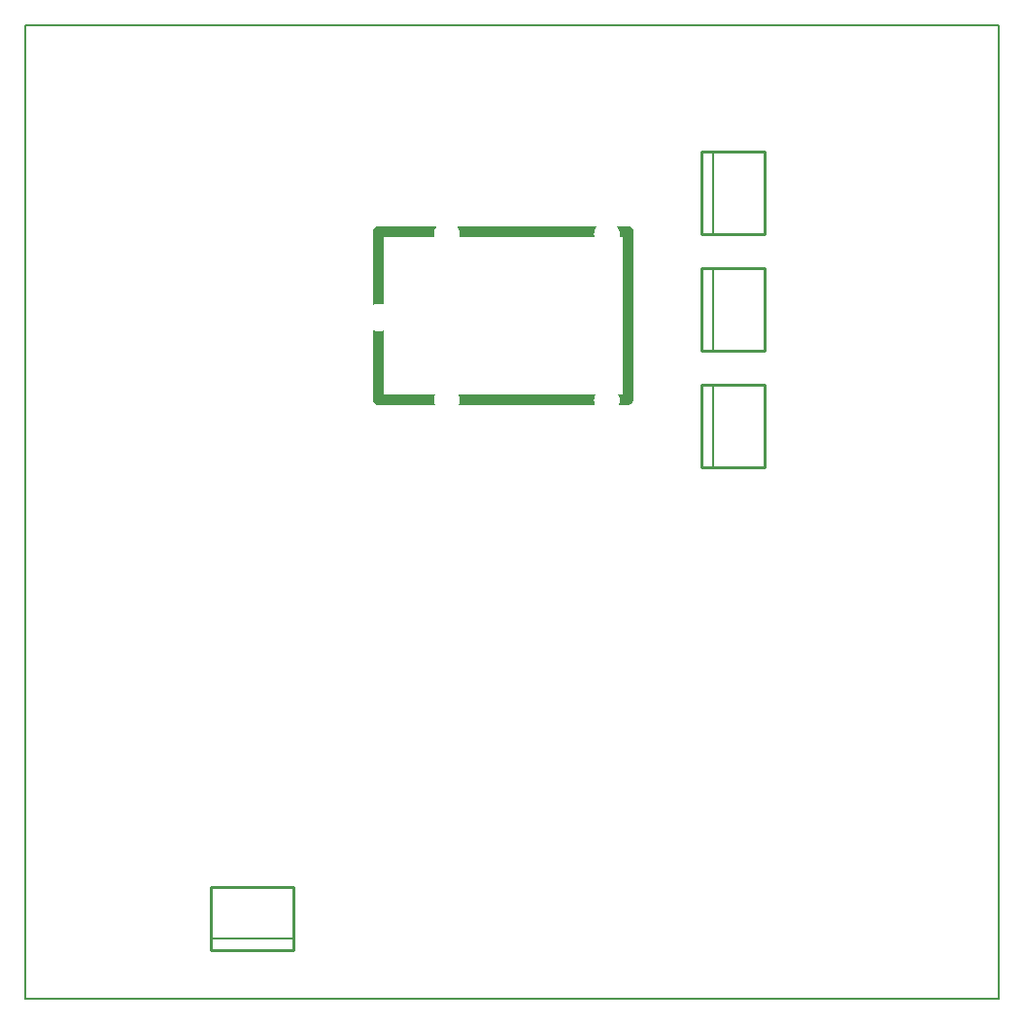
<source format=gbo>
G04 MADE WITH FRITZING*
G04 WWW.FRITZING.ORG*
G04 DOUBLE SIDED*
G04 HOLES PLATED*
G04 CONTOUR ON CENTER OF CONTOUR VECTOR*
%ASAXBY*%
%FSLAX23Y23*%
%MOIN*%
%OFA0B0*%
%SFA1.0B1.0*%
%ADD10R,3.346460X3.346460X3.330460X3.330460*%
%ADD11C,0.008000*%
%ADD12C,0.010000*%
%ADD13C,0.005000*%
%ADD14R,0.001000X0.001000*%
%LNSILK0*%
G90*
G70*
G54D11*
X4Y3342D02*
X3342Y3342D01*
X3342Y4D01*
X4Y4D01*
X4Y3342D01*
D02*
G54D12*
X638Y387D02*
X923Y387D01*
D02*
X923Y387D02*
X923Y171D01*
D02*
X923Y171D02*
X638Y171D01*
D02*
X638Y171D02*
X638Y387D01*
G54D13*
D02*
X923Y211D02*
X638Y211D01*
G54D12*
D02*
X2538Y2911D02*
X2538Y2625D01*
D02*
X2538Y2625D02*
X2322Y2625D01*
D02*
X2322Y2625D02*
X2322Y2911D01*
D02*
X2322Y2911D02*
X2538Y2911D01*
G54D13*
D02*
X2362Y2625D02*
X2362Y2911D01*
G54D12*
D02*
X2538Y2511D02*
X2538Y2225D01*
D02*
X2538Y2225D02*
X2322Y2225D01*
D02*
X2322Y2225D02*
X2322Y2511D01*
D02*
X2322Y2511D02*
X2538Y2511D01*
G54D13*
D02*
X2362Y2225D02*
X2362Y2511D01*
G54D12*
D02*
X2538Y2111D02*
X2538Y1825D01*
D02*
X2538Y1825D02*
X2322Y1825D01*
D02*
X2322Y1825D02*
X2322Y2111D01*
D02*
X2322Y2111D02*
X2538Y2111D01*
G54D13*
D02*
X2362Y1825D02*
X2362Y2111D01*
G54D14*
X1213Y2653D02*
X1413Y2653D01*
X1485Y2653D02*
X1963Y2653D01*
X2034Y2653D02*
X2071Y2653D01*
X1209Y2652D02*
X1413Y2652D01*
X1485Y2652D02*
X1963Y2652D01*
X2034Y2652D02*
X2076Y2652D01*
X1206Y2651D02*
X1412Y2651D01*
X1486Y2651D02*
X1962Y2651D01*
X2035Y2651D02*
X2078Y2651D01*
X1204Y2650D02*
X1412Y2650D01*
X1486Y2650D02*
X1962Y2650D01*
X2035Y2650D02*
X2080Y2650D01*
X1203Y2649D02*
X1411Y2649D01*
X1487Y2649D02*
X1961Y2649D01*
X2036Y2649D02*
X2082Y2649D01*
X1202Y2648D02*
X1411Y2648D01*
X1488Y2648D02*
X1960Y2648D01*
X2037Y2648D02*
X2083Y2648D01*
X1201Y2647D02*
X1410Y2647D01*
X1488Y2647D02*
X1960Y2647D01*
X2037Y2647D02*
X2084Y2647D01*
X1200Y2646D02*
X1409Y2646D01*
X1489Y2646D02*
X1959Y2646D01*
X2038Y2646D02*
X2085Y2646D01*
X1199Y2645D02*
X1409Y2645D01*
X1489Y2645D02*
X1959Y2645D01*
X2038Y2645D02*
X2085Y2645D01*
X1199Y2644D02*
X1409Y2644D01*
X1490Y2644D02*
X1958Y2644D01*
X2039Y2644D02*
X2086Y2644D01*
X1198Y2643D02*
X1408Y2643D01*
X1490Y2643D02*
X1958Y2643D01*
X2039Y2643D02*
X2087Y2643D01*
X1198Y2642D02*
X1408Y2642D01*
X1491Y2642D02*
X1957Y2642D01*
X2040Y2642D02*
X2087Y2642D01*
X1197Y2641D02*
X1407Y2641D01*
X1491Y2641D02*
X1957Y2641D01*
X2040Y2641D02*
X2088Y2641D01*
X1197Y2640D02*
X1407Y2640D01*
X1491Y2640D02*
X1957Y2640D01*
X2040Y2640D02*
X2088Y2640D01*
X1197Y2639D02*
X1407Y2639D01*
X1492Y2639D02*
X1956Y2639D01*
X2041Y2639D02*
X2088Y2639D01*
X1196Y2638D02*
X1406Y2638D01*
X1492Y2638D02*
X1956Y2638D01*
X2041Y2638D02*
X2088Y2638D01*
X1196Y2637D02*
X1406Y2637D01*
X1492Y2637D02*
X1956Y2637D01*
X2041Y2637D02*
X2089Y2637D01*
X1196Y2636D02*
X1406Y2636D01*
X1492Y2636D02*
X1955Y2636D01*
X2042Y2636D02*
X2089Y2636D01*
X1196Y2635D02*
X1406Y2635D01*
X1493Y2635D02*
X1955Y2635D01*
X2042Y2635D02*
X2089Y2635D01*
X1196Y2634D02*
X1405Y2634D01*
X1493Y2634D02*
X1955Y2634D01*
X2042Y2634D02*
X2089Y2634D01*
X1196Y2633D02*
X1405Y2633D01*
X1493Y2633D02*
X1955Y2633D01*
X2042Y2633D02*
X2089Y2633D01*
X1196Y2632D02*
X1405Y2632D01*
X1493Y2632D02*
X1955Y2632D01*
X2042Y2632D02*
X2089Y2632D01*
X1196Y2631D02*
X1405Y2631D01*
X1493Y2631D02*
X1955Y2631D01*
X2042Y2631D02*
X2089Y2631D01*
X1196Y2630D02*
X1405Y2630D01*
X1493Y2630D02*
X1954Y2630D01*
X2043Y2630D02*
X2089Y2630D01*
X1196Y2629D02*
X1405Y2629D01*
X1493Y2629D02*
X1954Y2629D01*
X2043Y2629D02*
X2089Y2629D01*
X1196Y2628D02*
X1405Y2628D01*
X1494Y2628D02*
X1954Y2628D01*
X2043Y2628D02*
X2089Y2628D01*
X1196Y2627D02*
X1405Y2627D01*
X1494Y2627D02*
X1954Y2627D01*
X2043Y2627D02*
X2089Y2627D01*
X1196Y2626D02*
X1405Y2626D01*
X1494Y2626D02*
X1954Y2626D01*
X2043Y2626D02*
X2089Y2626D01*
X1196Y2625D02*
X1405Y2625D01*
X1493Y2625D02*
X1954Y2625D01*
X2043Y2625D02*
X2089Y2625D01*
X1196Y2624D02*
X1405Y2624D01*
X1493Y2624D02*
X1954Y2624D01*
X2043Y2624D02*
X2089Y2624D01*
X1196Y2623D02*
X1405Y2623D01*
X1493Y2623D02*
X1955Y2623D01*
X2042Y2623D02*
X2089Y2623D01*
X1196Y2622D02*
X1405Y2622D01*
X1493Y2622D02*
X1955Y2622D01*
X2042Y2622D02*
X2089Y2622D01*
X1196Y2621D02*
X1405Y2621D01*
X1493Y2621D02*
X1955Y2621D01*
X2042Y2621D02*
X2089Y2621D01*
X1196Y2620D02*
X1405Y2620D01*
X1493Y2620D02*
X1955Y2620D01*
X2042Y2620D02*
X2089Y2620D01*
X1196Y2619D02*
X1405Y2619D01*
X1493Y2619D02*
X1955Y2619D01*
X2042Y2619D02*
X2089Y2619D01*
X1196Y2618D02*
X1406Y2618D01*
X1493Y2618D02*
X1955Y2618D01*
X2042Y2618D02*
X2089Y2618D01*
X1196Y2617D02*
X1406Y2617D01*
X1492Y2617D02*
X1956Y2617D01*
X2042Y2617D02*
X2089Y2617D01*
X1196Y2616D02*
X1406Y2616D01*
X1492Y2616D02*
X1956Y2616D01*
X2041Y2616D02*
X2089Y2616D01*
X1196Y2615D02*
X1232Y2615D01*
X2052Y2615D02*
X2089Y2615D01*
X1196Y2614D02*
X1232Y2614D01*
X2052Y2614D02*
X2089Y2614D01*
X1196Y2613D02*
X1232Y2613D01*
X2052Y2613D02*
X2089Y2613D01*
X1196Y2612D02*
X1232Y2612D01*
X2052Y2612D02*
X2089Y2612D01*
X1196Y2611D02*
X1232Y2611D01*
X2052Y2611D02*
X2089Y2611D01*
X1196Y2610D02*
X1232Y2610D01*
X2052Y2610D02*
X2089Y2610D01*
X1196Y2609D02*
X1232Y2609D01*
X2052Y2609D02*
X2089Y2609D01*
X1196Y2608D02*
X1232Y2608D01*
X2052Y2608D02*
X2089Y2608D01*
X1196Y2607D02*
X1232Y2607D01*
X2052Y2607D02*
X2089Y2607D01*
X1196Y2606D02*
X1232Y2606D01*
X2052Y2606D02*
X2089Y2606D01*
X1196Y2605D02*
X1232Y2605D01*
X2052Y2605D02*
X2089Y2605D01*
X1196Y2604D02*
X1232Y2604D01*
X2052Y2604D02*
X2089Y2604D01*
X1196Y2603D02*
X1232Y2603D01*
X2052Y2603D02*
X2089Y2603D01*
X1196Y2602D02*
X1232Y2602D01*
X2052Y2602D02*
X2089Y2602D01*
X1196Y2601D02*
X1232Y2601D01*
X2052Y2601D02*
X2089Y2601D01*
X1196Y2600D02*
X1232Y2600D01*
X2052Y2600D02*
X2089Y2600D01*
X1196Y2599D02*
X1232Y2599D01*
X2052Y2599D02*
X2089Y2599D01*
X1196Y2598D02*
X1232Y2598D01*
X2052Y2598D02*
X2089Y2598D01*
X1196Y2597D02*
X1232Y2597D01*
X2052Y2597D02*
X2089Y2597D01*
X1196Y2596D02*
X1232Y2596D01*
X2052Y2596D02*
X2089Y2596D01*
X1196Y2595D02*
X1232Y2595D01*
X2052Y2595D02*
X2089Y2595D01*
X1196Y2594D02*
X1232Y2594D01*
X2052Y2594D02*
X2089Y2594D01*
X1196Y2593D02*
X1232Y2593D01*
X2052Y2593D02*
X2089Y2593D01*
X1196Y2592D02*
X1232Y2592D01*
X2052Y2592D02*
X2089Y2592D01*
X1196Y2591D02*
X1232Y2591D01*
X2052Y2591D02*
X2089Y2591D01*
X1196Y2590D02*
X1232Y2590D01*
X2052Y2590D02*
X2089Y2590D01*
X1196Y2589D02*
X1232Y2589D01*
X2052Y2589D02*
X2089Y2589D01*
X1196Y2588D02*
X1232Y2588D01*
X2052Y2588D02*
X2089Y2588D01*
X1196Y2587D02*
X1232Y2587D01*
X2052Y2587D02*
X2089Y2587D01*
X1196Y2586D02*
X1232Y2586D01*
X2052Y2586D02*
X2089Y2586D01*
X1196Y2585D02*
X1232Y2585D01*
X2052Y2585D02*
X2089Y2585D01*
X1196Y2584D02*
X1232Y2584D01*
X2052Y2584D02*
X2089Y2584D01*
X1196Y2583D02*
X1232Y2583D01*
X2052Y2583D02*
X2089Y2583D01*
X1196Y2582D02*
X1232Y2582D01*
X2052Y2582D02*
X2089Y2582D01*
X1196Y2581D02*
X1232Y2581D01*
X2052Y2581D02*
X2089Y2581D01*
X1196Y2580D02*
X1232Y2580D01*
X2052Y2580D02*
X2089Y2580D01*
X1196Y2579D02*
X1232Y2579D01*
X2052Y2579D02*
X2089Y2579D01*
X1196Y2578D02*
X1232Y2578D01*
X2052Y2578D02*
X2089Y2578D01*
X1196Y2577D02*
X1232Y2577D01*
X2052Y2577D02*
X2089Y2577D01*
X1196Y2576D02*
X1232Y2576D01*
X2052Y2576D02*
X2089Y2576D01*
X1196Y2575D02*
X1232Y2575D01*
X2052Y2575D02*
X2089Y2575D01*
X1196Y2574D02*
X1232Y2574D01*
X2052Y2574D02*
X2089Y2574D01*
X1196Y2573D02*
X1232Y2573D01*
X2052Y2573D02*
X2089Y2573D01*
X1196Y2572D02*
X1232Y2572D01*
X2052Y2572D02*
X2089Y2572D01*
X1196Y2571D02*
X1232Y2571D01*
X2052Y2571D02*
X2089Y2571D01*
X1196Y2570D02*
X1232Y2570D01*
X2052Y2570D02*
X2089Y2570D01*
X1196Y2569D02*
X1232Y2569D01*
X2052Y2569D02*
X2089Y2569D01*
X1196Y2568D02*
X1232Y2568D01*
X2052Y2568D02*
X2089Y2568D01*
X1196Y2567D02*
X1232Y2567D01*
X2052Y2567D02*
X2089Y2567D01*
X1196Y2566D02*
X1232Y2566D01*
X2052Y2566D02*
X2089Y2566D01*
X1196Y2565D02*
X1232Y2565D01*
X2052Y2565D02*
X2089Y2565D01*
X1196Y2564D02*
X1232Y2564D01*
X2052Y2564D02*
X2089Y2564D01*
X1196Y2563D02*
X1232Y2563D01*
X2052Y2563D02*
X2089Y2563D01*
X1196Y2562D02*
X1232Y2562D01*
X2052Y2562D02*
X2089Y2562D01*
X1196Y2561D02*
X1232Y2561D01*
X2052Y2561D02*
X2089Y2561D01*
X1196Y2560D02*
X1232Y2560D01*
X2052Y2560D02*
X2089Y2560D01*
X1196Y2559D02*
X1232Y2559D01*
X2052Y2559D02*
X2089Y2559D01*
X1196Y2558D02*
X1232Y2558D01*
X2052Y2558D02*
X2089Y2558D01*
X1196Y2557D02*
X1232Y2557D01*
X2052Y2557D02*
X2089Y2557D01*
X1196Y2556D02*
X1232Y2556D01*
X2052Y2556D02*
X2089Y2556D01*
X1196Y2555D02*
X1232Y2555D01*
X2052Y2555D02*
X2089Y2555D01*
X1196Y2554D02*
X1232Y2554D01*
X2052Y2554D02*
X2089Y2554D01*
X1196Y2553D02*
X1232Y2553D01*
X2052Y2553D02*
X2089Y2553D01*
X1196Y2552D02*
X1232Y2552D01*
X2052Y2552D02*
X2089Y2552D01*
X1196Y2551D02*
X1232Y2551D01*
X2052Y2551D02*
X2089Y2551D01*
X1196Y2550D02*
X1232Y2550D01*
X2052Y2550D02*
X2089Y2550D01*
X1196Y2549D02*
X1232Y2549D01*
X2052Y2549D02*
X2089Y2549D01*
X1196Y2548D02*
X1232Y2548D01*
X2052Y2548D02*
X2089Y2548D01*
X1196Y2547D02*
X1232Y2547D01*
X2052Y2547D02*
X2089Y2547D01*
X1196Y2546D02*
X1232Y2546D01*
X2052Y2546D02*
X2089Y2546D01*
X1196Y2545D02*
X1232Y2545D01*
X2052Y2545D02*
X2089Y2545D01*
X1196Y2544D02*
X1232Y2544D01*
X2052Y2544D02*
X2089Y2544D01*
X1196Y2543D02*
X1232Y2543D01*
X2052Y2543D02*
X2089Y2543D01*
X1196Y2542D02*
X1232Y2542D01*
X2052Y2542D02*
X2089Y2542D01*
X1196Y2541D02*
X1232Y2541D01*
X2052Y2541D02*
X2089Y2541D01*
X1196Y2540D02*
X1232Y2540D01*
X2052Y2540D02*
X2089Y2540D01*
X1196Y2539D02*
X1232Y2539D01*
X2052Y2539D02*
X2089Y2539D01*
X1196Y2538D02*
X1232Y2538D01*
X2052Y2538D02*
X2089Y2538D01*
X1196Y2537D02*
X1232Y2537D01*
X2052Y2537D02*
X2089Y2537D01*
X1196Y2536D02*
X1232Y2536D01*
X2052Y2536D02*
X2089Y2536D01*
X1196Y2535D02*
X1232Y2535D01*
X2052Y2535D02*
X2089Y2535D01*
X1196Y2534D02*
X1232Y2534D01*
X2052Y2534D02*
X2089Y2534D01*
X1196Y2533D02*
X1232Y2533D01*
X2052Y2533D02*
X2089Y2533D01*
X1196Y2532D02*
X1232Y2532D01*
X2052Y2532D02*
X2089Y2532D01*
X1196Y2531D02*
X1232Y2531D01*
X2052Y2531D02*
X2089Y2531D01*
X1196Y2530D02*
X1232Y2530D01*
X2052Y2530D02*
X2089Y2530D01*
X1196Y2529D02*
X1232Y2529D01*
X2052Y2529D02*
X2089Y2529D01*
X1196Y2528D02*
X1232Y2528D01*
X2052Y2528D02*
X2089Y2528D01*
X1196Y2527D02*
X1232Y2527D01*
X2052Y2527D02*
X2089Y2527D01*
X1196Y2526D02*
X1232Y2526D01*
X2052Y2526D02*
X2089Y2526D01*
X1196Y2525D02*
X1232Y2525D01*
X2052Y2525D02*
X2089Y2525D01*
X1196Y2524D02*
X1232Y2524D01*
X2052Y2524D02*
X2089Y2524D01*
X1196Y2523D02*
X1232Y2523D01*
X2052Y2523D02*
X2089Y2523D01*
X1196Y2522D02*
X1232Y2522D01*
X2052Y2522D02*
X2089Y2522D01*
X1196Y2521D02*
X1232Y2521D01*
X2052Y2521D02*
X2089Y2521D01*
X1196Y2520D02*
X1232Y2520D01*
X2052Y2520D02*
X2089Y2520D01*
X1196Y2519D02*
X1232Y2519D01*
X2052Y2519D02*
X2089Y2519D01*
X1196Y2518D02*
X1232Y2518D01*
X2052Y2518D02*
X2089Y2518D01*
X1196Y2517D02*
X1232Y2517D01*
X2052Y2517D02*
X2089Y2517D01*
X1196Y2516D02*
X1232Y2516D01*
X2052Y2516D02*
X2089Y2516D01*
X1196Y2515D02*
X1232Y2515D01*
X2052Y2515D02*
X2089Y2515D01*
X1196Y2514D02*
X1232Y2514D01*
X2052Y2514D02*
X2089Y2514D01*
X1196Y2513D02*
X1232Y2513D01*
X2052Y2513D02*
X2089Y2513D01*
X1196Y2512D02*
X1232Y2512D01*
X2052Y2512D02*
X2089Y2512D01*
X1196Y2511D02*
X1232Y2511D01*
X2052Y2511D02*
X2089Y2511D01*
X1196Y2510D02*
X1232Y2510D01*
X2052Y2510D02*
X2089Y2510D01*
X1196Y2509D02*
X1232Y2509D01*
X2052Y2509D02*
X2089Y2509D01*
X1196Y2508D02*
X1232Y2508D01*
X2052Y2508D02*
X2089Y2508D01*
X1196Y2507D02*
X1232Y2507D01*
X2052Y2507D02*
X2089Y2507D01*
X1196Y2506D02*
X1232Y2506D01*
X2052Y2506D02*
X2089Y2506D01*
X1196Y2505D02*
X1232Y2505D01*
X2052Y2505D02*
X2089Y2505D01*
X1196Y2504D02*
X1232Y2504D01*
X2052Y2504D02*
X2089Y2504D01*
X1196Y2503D02*
X1232Y2503D01*
X2052Y2503D02*
X2089Y2503D01*
X1196Y2502D02*
X1232Y2502D01*
X2052Y2502D02*
X2089Y2502D01*
X1196Y2501D02*
X1232Y2501D01*
X2052Y2501D02*
X2089Y2501D01*
X1196Y2500D02*
X1232Y2500D01*
X2052Y2500D02*
X2089Y2500D01*
X1196Y2499D02*
X1232Y2499D01*
X2052Y2499D02*
X2089Y2499D01*
X1196Y2498D02*
X1232Y2498D01*
X2052Y2498D02*
X2089Y2498D01*
X1196Y2497D02*
X1232Y2497D01*
X2052Y2497D02*
X2089Y2497D01*
X1196Y2496D02*
X1232Y2496D01*
X2052Y2496D02*
X2089Y2496D01*
X1196Y2495D02*
X1232Y2495D01*
X2052Y2495D02*
X2089Y2495D01*
X1196Y2494D02*
X1232Y2494D01*
X2052Y2494D02*
X2089Y2494D01*
X1196Y2493D02*
X1232Y2493D01*
X2052Y2493D02*
X2089Y2493D01*
X1196Y2492D02*
X1232Y2492D01*
X2052Y2492D02*
X2089Y2492D01*
X1196Y2491D02*
X1232Y2491D01*
X2052Y2491D02*
X2089Y2491D01*
X1196Y2490D02*
X1232Y2490D01*
X2052Y2490D02*
X2089Y2490D01*
X1196Y2489D02*
X1232Y2489D01*
X2052Y2489D02*
X2089Y2489D01*
X1196Y2488D02*
X1232Y2488D01*
X2052Y2488D02*
X2089Y2488D01*
X1196Y2487D02*
X1232Y2487D01*
X2052Y2487D02*
X2089Y2487D01*
X1196Y2486D02*
X1232Y2486D01*
X2052Y2486D02*
X2089Y2486D01*
X1196Y2485D02*
X1232Y2485D01*
X2052Y2485D02*
X2089Y2485D01*
X1196Y2484D02*
X1232Y2484D01*
X2052Y2484D02*
X2089Y2484D01*
X1196Y2483D02*
X1232Y2483D01*
X2052Y2483D02*
X2089Y2483D01*
X1196Y2482D02*
X1232Y2482D01*
X2052Y2482D02*
X2089Y2482D01*
X1196Y2481D02*
X1232Y2481D01*
X2052Y2481D02*
X2089Y2481D01*
X1196Y2480D02*
X1232Y2480D01*
X2052Y2480D02*
X2089Y2480D01*
X1196Y2479D02*
X1232Y2479D01*
X2052Y2479D02*
X2089Y2479D01*
X1196Y2478D02*
X1232Y2478D01*
X2052Y2478D02*
X2089Y2478D01*
X1196Y2477D02*
X1232Y2477D01*
X2052Y2477D02*
X2089Y2477D01*
X1196Y2476D02*
X1232Y2476D01*
X2052Y2476D02*
X2089Y2476D01*
X1196Y2475D02*
X1232Y2475D01*
X2052Y2475D02*
X2089Y2475D01*
X1196Y2474D02*
X1232Y2474D01*
X2052Y2474D02*
X2089Y2474D01*
X1196Y2473D02*
X1232Y2473D01*
X2052Y2473D02*
X2089Y2473D01*
X1196Y2472D02*
X1232Y2472D01*
X2052Y2472D02*
X2089Y2472D01*
X1196Y2471D02*
X1232Y2471D01*
X2052Y2471D02*
X2089Y2471D01*
X1196Y2470D02*
X1232Y2470D01*
X2052Y2470D02*
X2089Y2470D01*
X1196Y2469D02*
X1232Y2469D01*
X2052Y2469D02*
X2089Y2469D01*
X1196Y2468D02*
X1232Y2468D01*
X2052Y2468D02*
X2089Y2468D01*
X1196Y2467D02*
X1232Y2467D01*
X2052Y2467D02*
X2089Y2467D01*
X1196Y2466D02*
X1232Y2466D01*
X2052Y2466D02*
X2089Y2466D01*
X1196Y2465D02*
X1232Y2465D01*
X2052Y2465D02*
X2089Y2465D01*
X1196Y2464D02*
X1232Y2464D01*
X2052Y2464D02*
X2089Y2464D01*
X1196Y2463D02*
X1232Y2463D01*
X2052Y2463D02*
X2089Y2463D01*
X1196Y2462D02*
X1232Y2462D01*
X2052Y2462D02*
X2089Y2462D01*
X1196Y2461D02*
X1232Y2461D01*
X2052Y2461D02*
X2089Y2461D01*
X1196Y2460D02*
X1232Y2460D01*
X2052Y2460D02*
X2089Y2460D01*
X1196Y2459D02*
X1232Y2459D01*
X2052Y2459D02*
X2089Y2459D01*
X1196Y2458D02*
X1232Y2458D01*
X2052Y2458D02*
X2089Y2458D01*
X1196Y2457D02*
X1232Y2457D01*
X2052Y2457D02*
X2089Y2457D01*
X1196Y2456D02*
X1232Y2456D01*
X2052Y2456D02*
X2089Y2456D01*
X1196Y2455D02*
X1232Y2455D01*
X2052Y2455D02*
X2089Y2455D01*
X1196Y2454D02*
X1232Y2454D01*
X2052Y2454D02*
X2089Y2454D01*
X1196Y2453D02*
X1232Y2453D01*
X2052Y2453D02*
X2089Y2453D01*
X1196Y2452D02*
X1232Y2452D01*
X2052Y2452D02*
X2089Y2452D01*
X1196Y2451D02*
X1232Y2451D01*
X2052Y2451D02*
X2089Y2451D01*
X1196Y2450D02*
X1232Y2450D01*
X2052Y2450D02*
X2089Y2450D01*
X1196Y2449D02*
X1232Y2449D01*
X2052Y2449D02*
X2089Y2449D01*
X1196Y2448D02*
X1232Y2448D01*
X2052Y2448D02*
X2089Y2448D01*
X1196Y2447D02*
X1232Y2447D01*
X2052Y2447D02*
X2089Y2447D01*
X1196Y2446D02*
X1232Y2446D01*
X2052Y2446D02*
X2089Y2446D01*
X1196Y2445D02*
X1232Y2445D01*
X2052Y2445D02*
X2089Y2445D01*
X1196Y2444D02*
X1232Y2444D01*
X2052Y2444D02*
X2089Y2444D01*
X1196Y2443D02*
X1232Y2443D01*
X2052Y2443D02*
X2089Y2443D01*
X1196Y2442D02*
X1232Y2442D01*
X2052Y2442D02*
X2089Y2442D01*
X1196Y2441D02*
X1232Y2441D01*
X2052Y2441D02*
X2089Y2441D01*
X1196Y2440D02*
X1232Y2440D01*
X2052Y2440D02*
X2089Y2440D01*
X1196Y2439D02*
X1232Y2439D01*
X2052Y2439D02*
X2089Y2439D01*
X1196Y2438D02*
X1232Y2438D01*
X2052Y2438D02*
X2089Y2438D01*
X1196Y2437D02*
X1232Y2437D01*
X2052Y2437D02*
X2089Y2437D01*
X1196Y2436D02*
X1232Y2436D01*
X2052Y2436D02*
X2089Y2436D01*
X1196Y2435D02*
X1232Y2435D01*
X2052Y2435D02*
X2089Y2435D01*
X1196Y2434D02*
X1232Y2434D01*
X2052Y2434D02*
X2089Y2434D01*
X1196Y2433D02*
X1232Y2433D01*
X2052Y2433D02*
X2089Y2433D01*
X1196Y2432D02*
X1232Y2432D01*
X2052Y2432D02*
X2089Y2432D01*
X1196Y2431D02*
X1232Y2431D01*
X2052Y2431D02*
X2089Y2431D01*
X1196Y2430D02*
X1232Y2430D01*
X2052Y2430D02*
X2089Y2430D01*
X1196Y2429D02*
X1232Y2429D01*
X2052Y2429D02*
X2089Y2429D01*
X1196Y2428D02*
X1232Y2428D01*
X2052Y2428D02*
X2089Y2428D01*
X1196Y2427D02*
X1232Y2427D01*
X2052Y2427D02*
X2089Y2427D01*
X1196Y2426D02*
X1232Y2426D01*
X2052Y2426D02*
X2089Y2426D01*
X1196Y2425D02*
X1232Y2425D01*
X2052Y2425D02*
X2089Y2425D01*
X1196Y2424D02*
X1232Y2424D01*
X2052Y2424D02*
X2089Y2424D01*
X1196Y2423D02*
X1232Y2423D01*
X2052Y2423D02*
X2089Y2423D01*
X1196Y2422D02*
X1232Y2422D01*
X2052Y2422D02*
X2089Y2422D01*
X1196Y2421D02*
X1232Y2421D01*
X2052Y2421D02*
X2089Y2421D01*
X1196Y2420D02*
X1232Y2420D01*
X2052Y2420D02*
X2089Y2420D01*
X1196Y2419D02*
X1232Y2419D01*
X2052Y2419D02*
X2089Y2419D01*
X1196Y2418D02*
X1232Y2418D01*
X2052Y2418D02*
X2089Y2418D01*
X1196Y2417D02*
X1232Y2417D01*
X2052Y2417D02*
X2089Y2417D01*
X1196Y2416D02*
X1232Y2416D01*
X2052Y2416D02*
X2089Y2416D01*
X1196Y2415D02*
X1232Y2415D01*
X2052Y2415D02*
X2089Y2415D01*
X1196Y2414D02*
X1232Y2414D01*
X2052Y2414D02*
X2089Y2414D01*
X1196Y2413D02*
X1232Y2413D01*
X2052Y2413D02*
X2089Y2413D01*
X1196Y2412D02*
X1232Y2412D01*
X2052Y2412D02*
X2089Y2412D01*
X1196Y2411D02*
X1232Y2411D01*
X2052Y2411D02*
X2089Y2411D01*
X1196Y2410D02*
X1232Y2410D01*
X2052Y2410D02*
X2089Y2410D01*
X1196Y2409D02*
X1232Y2409D01*
X2052Y2409D02*
X2089Y2409D01*
X1196Y2408D02*
X1232Y2408D01*
X2052Y2408D02*
X2089Y2408D01*
X1196Y2407D02*
X1232Y2407D01*
X2052Y2407D02*
X2089Y2407D01*
X1196Y2406D02*
X1232Y2406D01*
X2052Y2406D02*
X2089Y2406D01*
X1196Y2405D02*
X1232Y2405D01*
X2052Y2405D02*
X2089Y2405D01*
X1196Y2404D02*
X1232Y2404D01*
X2052Y2404D02*
X2089Y2404D01*
X1196Y2403D02*
X1232Y2403D01*
X2052Y2403D02*
X2089Y2403D01*
X1196Y2402D02*
X1232Y2402D01*
X2052Y2402D02*
X2089Y2402D01*
X1196Y2401D02*
X1232Y2401D01*
X2052Y2401D02*
X2089Y2401D01*
X1196Y2400D02*
X1232Y2400D01*
X2052Y2400D02*
X2089Y2400D01*
X1196Y2399D02*
X1232Y2399D01*
X2052Y2399D02*
X2089Y2399D01*
X1196Y2398D02*
X1232Y2398D01*
X2052Y2398D02*
X2089Y2398D01*
X1196Y2397D02*
X1232Y2397D01*
X2052Y2397D02*
X2089Y2397D01*
X1196Y2396D02*
X1232Y2396D01*
X2052Y2396D02*
X2089Y2396D01*
X1196Y2395D02*
X1232Y2395D01*
X2052Y2395D02*
X2089Y2395D01*
X1196Y2394D02*
X1232Y2394D01*
X2052Y2394D02*
X2089Y2394D01*
X1196Y2393D02*
X1232Y2393D01*
X2052Y2393D02*
X2089Y2393D01*
X1196Y2392D02*
X1232Y2392D01*
X2052Y2392D02*
X2089Y2392D01*
X1196Y2391D02*
X1232Y2391D01*
X2052Y2391D02*
X2089Y2391D01*
X1196Y2390D02*
X1232Y2390D01*
X2052Y2390D02*
X2089Y2390D01*
X1196Y2389D02*
X1232Y2389D01*
X2052Y2389D02*
X2089Y2389D01*
X1196Y2388D02*
X1232Y2388D01*
X2052Y2388D02*
X2089Y2388D01*
X1196Y2387D02*
X1208Y2387D01*
X1226Y2387D02*
X1232Y2387D01*
X2052Y2387D02*
X2089Y2387D01*
X1196Y2386D02*
X1203Y2386D01*
X1230Y2386D02*
X1232Y2386D01*
X2052Y2386D02*
X2089Y2386D01*
X1196Y2385D02*
X1200Y2385D01*
X2052Y2385D02*
X2089Y2385D01*
X1196Y2384D02*
X1198Y2384D01*
X2052Y2384D02*
X2089Y2384D01*
X1196Y2383D02*
X1196Y2383D01*
X2052Y2383D02*
X2089Y2383D01*
X2052Y2382D02*
X2089Y2382D01*
X2052Y2381D02*
X2089Y2381D01*
X2052Y2380D02*
X2089Y2380D01*
X2052Y2379D02*
X2089Y2379D01*
X2052Y2378D02*
X2089Y2378D01*
X2052Y2377D02*
X2089Y2377D01*
X2052Y2376D02*
X2089Y2376D01*
X2052Y2375D02*
X2089Y2375D01*
X2052Y2374D02*
X2089Y2374D01*
X2052Y2373D02*
X2089Y2373D01*
X2052Y2372D02*
X2089Y2372D01*
X2052Y2371D02*
X2089Y2371D01*
X2052Y2370D02*
X2089Y2370D01*
X2052Y2369D02*
X2089Y2369D01*
X2052Y2368D02*
X2089Y2368D01*
X2052Y2367D02*
X2089Y2367D01*
X2052Y2366D02*
X2089Y2366D01*
X2052Y2365D02*
X2089Y2365D01*
X2052Y2364D02*
X2089Y2364D01*
X2052Y2363D02*
X2089Y2363D01*
X2052Y2362D02*
X2089Y2362D01*
X2052Y2361D02*
X2089Y2361D01*
X2052Y2360D02*
X2089Y2360D01*
X2052Y2359D02*
X2089Y2359D01*
X2052Y2358D02*
X2089Y2358D01*
X2052Y2357D02*
X2089Y2357D01*
X2052Y2356D02*
X2089Y2356D01*
X2052Y2355D02*
X2089Y2355D01*
X2052Y2354D02*
X2089Y2354D01*
X2052Y2353D02*
X2089Y2353D01*
X2052Y2352D02*
X2089Y2352D01*
X2052Y2351D02*
X2089Y2351D01*
X2052Y2350D02*
X2089Y2350D01*
X2052Y2349D02*
X2089Y2349D01*
X2052Y2348D02*
X2089Y2348D01*
X2052Y2347D02*
X2089Y2347D01*
X2052Y2346D02*
X2089Y2346D01*
X2052Y2345D02*
X2089Y2345D01*
X2052Y2344D02*
X2089Y2344D01*
X2052Y2343D02*
X2089Y2343D01*
X2052Y2342D02*
X2089Y2342D01*
X2052Y2341D02*
X2089Y2341D01*
X2052Y2340D02*
X2089Y2340D01*
X2052Y2339D02*
X2089Y2339D01*
X2052Y2338D02*
X2089Y2338D01*
X2052Y2337D02*
X2089Y2337D01*
X2052Y2336D02*
X2089Y2336D01*
X2052Y2335D02*
X2089Y2335D01*
X2052Y2334D02*
X2089Y2334D01*
X2052Y2333D02*
X2089Y2333D01*
X2052Y2332D02*
X2089Y2332D01*
X2052Y2331D02*
X2089Y2331D01*
X2052Y2330D02*
X2089Y2330D01*
X2052Y2329D02*
X2089Y2329D01*
X2052Y2328D02*
X2089Y2328D01*
X2052Y2327D02*
X2089Y2327D01*
X2052Y2326D02*
X2089Y2326D01*
X2052Y2325D02*
X2089Y2325D01*
X2052Y2324D02*
X2089Y2324D01*
X2052Y2323D02*
X2089Y2323D01*
X2052Y2322D02*
X2089Y2322D01*
X2052Y2321D02*
X2089Y2321D01*
X2052Y2320D02*
X2089Y2320D01*
X2052Y2319D02*
X2089Y2319D01*
X2052Y2318D02*
X2089Y2318D01*
X2052Y2317D02*
X2089Y2317D01*
X2052Y2316D02*
X2089Y2316D01*
X2052Y2315D02*
X2089Y2315D01*
X2052Y2314D02*
X2089Y2314D01*
X2052Y2313D02*
X2089Y2313D01*
X2052Y2312D02*
X2089Y2312D01*
X2052Y2311D02*
X2089Y2311D01*
X2052Y2310D02*
X2089Y2310D01*
X2052Y2309D02*
X2089Y2309D01*
X2052Y2308D02*
X2089Y2308D01*
X2052Y2307D02*
X2089Y2307D01*
X2052Y2306D02*
X2089Y2306D01*
X2052Y2305D02*
X2089Y2305D01*
X2052Y2304D02*
X2089Y2304D01*
X2052Y2303D02*
X2089Y2303D01*
X2052Y2302D02*
X2089Y2302D01*
X2052Y2301D02*
X2089Y2301D01*
X2052Y2300D02*
X2089Y2300D01*
X2052Y2299D02*
X2089Y2299D01*
X2052Y2298D02*
X2089Y2298D01*
X1196Y2297D02*
X1198Y2297D01*
X2052Y2297D02*
X2089Y2297D01*
X1196Y2296D02*
X1200Y2296D01*
X2052Y2296D02*
X2089Y2296D01*
X1196Y2295D02*
X1203Y2295D01*
X1230Y2295D02*
X1232Y2295D01*
X2052Y2295D02*
X2089Y2295D01*
X1196Y2294D02*
X1207Y2294D01*
X1226Y2294D02*
X1232Y2294D01*
X2052Y2294D02*
X2089Y2294D01*
X1196Y2293D02*
X1232Y2293D01*
X2052Y2293D02*
X2089Y2293D01*
X1196Y2292D02*
X1232Y2292D01*
X2052Y2292D02*
X2089Y2292D01*
X1196Y2291D02*
X1232Y2291D01*
X2052Y2291D02*
X2089Y2291D01*
X1196Y2290D02*
X1232Y2290D01*
X2052Y2290D02*
X2089Y2290D01*
X1196Y2289D02*
X1232Y2289D01*
X2052Y2289D02*
X2089Y2289D01*
X1196Y2288D02*
X1232Y2288D01*
X2052Y2288D02*
X2089Y2288D01*
X1196Y2287D02*
X1232Y2287D01*
X2052Y2287D02*
X2089Y2287D01*
X1196Y2286D02*
X1232Y2286D01*
X2052Y2286D02*
X2089Y2286D01*
X1196Y2285D02*
X1232Y2285D01*
X2052Y2285D02*
X2089Y2285D01*
X1196Y2284D02*
X1232Y2284D01*
X2052Y2284D02*
X2089Y2284D01*
X1196Y2283D02*
X1232Y2283D01*
X2052Y2283D02*
X2089Y2283D01*
X1196Y2282D02*
X1232Y2282D01*
X2052Y2282D02*
X2089Y2282D01*
X1196Y2281D02*
X1232Y2281D01*
X2052Y2281D02*
X2089Y2281D01*
X1196Y2280D02*
X1232Y2280D01*
X2052Y2280D02*
X2089Y2280D01*
X1196Y2279D02*
X1232Y2279D01*
X2052Y2279D02*
X2089Y2279D01*
X1196Y2278D02*
X1232Y2278D01*
X2052Y2278D02*
X2089Y2278D01*
X1196Y2277D02*
X1232Y2277D01*
X2052Y2277D02*
X2089Y2277D01*
X1196Y2276D02*
X1232Y2276D01*
X2052Y2276D02*
X2089Y2276D01*
X1196Y2275D02*
X1232Y2275D01*
X2052Y2275D02*
X2089Y2275D01*
X1196Y2274D02*
X1232Y2274D01*
X2052Y2274D02*
X2089Y2274D01*
X1196Y2273D02*
X1232Y2273D01*
X2052Y2273D02*
X2089Y2273D01*
X1196Y2272D02*
X1232Y2272D01*
X2052Y2272D02*
X2089Y2272D01*
X1196Y2271D02*
X1232Y2271D01*
X2052Y2271D02*
X2089Y2271D01*
X1196Y2270D02*
X1232Y2270D01*
X2052Y2270D02*
X2089Y2270D01*
X1196Y2269D02*
X1232Y2269D01*
X2052Y2269D02*
X2089Y2269D01*
X1196Y2268D02*
X1232Y2268D01*
X2052Y2268D02*
X2089Y2268D01*
X1196Y2267D02*
X1232Y2267D01*
X2052Y2267D02*
X2089Y2267D01*
X1196Y2266D02*
X1232Y2266D01*
X2052Y2266D02*
X2089Y2266D01*
X1196Y2265D02*
X1232Y2265D01*
X2052Y2265D02*
X2089Y2265D01*
X1196Y2264D02*
X1232Y2264D01*
X2052Y2264D02*
X2089Y2264D01*
X1196Y2263D02*
X1232Y2263D01*
X2052Y2263D02*
X2089Y2263D01*
X1196Y2262D02*
X1232Y2262D01*
X2052Y2262D02*
X2089Y2262D01*
X1196Y2261D02*
X1232Y2261D01*
X2052Y2261D02*
X2089Y2261D01*
X1196Y2260D02*
X1232Y2260D01*
X2052Y2260D02*
X2089Y2260D01*
X1196Y2259D02*
X1232Y2259D01*
X2052Y2259D02*
X2089Y2259D01*
X1196Y2258D02*
X1232Y2258D01*
X2052Y2258D02*
X2089Y2258D01*
X1196Y2257D02*
X1232Y2257D01*
X2052Y2257D02*
X2089Y2257D01*
X1196Y2256D02*
X1232Y2256D01*
X2052Y2256D02*
X2089Y2256D01*
X1196Y2255D02*
X1232Y2255D01*
X2052Y2255D02*
X2089Y2255D01*
X1196Y2254D02*
X1232Y2254D01*
X2052Y2254D02*
X2089Y2254D01*
X1196Y2253D02*
X1232Y2253D01*
X2052Y2253D02*
X2089Y2253D01*
X1196Y2252D02*
X1232Y2252D01*
X2052Y2252D02*
X2089Y2252D01*
X1196Y2251D02*
X1232Y2251D01*
X2052Y2251D02*
X2089Y2251D01*
X1196Y2250D02*
X1232Y2250D01*
X2052Y2250D02*
X2089Y2250D01*
X1196Y2249D02*
X1232Y2249D01*
X2052Y2249D02*
X2089Y2249D01*
X1196Y2248D02*
X1232Y2248D01*
X2052Y2248D02*
X2089Y2248D01*
X1196Y2247D02*
X1232Y2247D01*
X2052Y2247D02*
X2089Y2247D01*
X1196Y2246D02*
X1232Y2246D01*
X2052Y2246D02*
X2089Y2246D01*
X1196Y2245D02*
X1232Y2245D01*
X2052Y2245D02*
X2089Y2245D01*
X1196Y2244D02*
X1232Y2244D01*
X2052Y2244D02*
X2089Y2244D01*
X1196Y2243D02*
X1232Y2243D01*
X2052Y2243D02*
X2089Y2243D01*
X1196Y2242D02*
X1232Y2242D01*
X2052Y2242D02*
X2089Y2242D01*
X1196Y2241D02*
X1232Y2241D01*
X2052Y2241D02*
X2089Y2241D01*
X1196Y2240D02*
X1232Y2240D01*
X2052Y2240D02*
X2089Y2240D01*
X1196Y2239D02*
X1232Y2239D01*
X2052Y2239D02*
X2089Y2239D01*
X1196Y2238D02*
X1232Y2238D01*
X2052Y2238D02*
X2089Y2238D01*
X1196Y2237D02*
X1232Y2237D01*
X2052Y2237D02*
X2089Y2237D01*
X1196Y2236D02*
X1232Y2236D01*
X2052Y2236D02*
X2089Y2236D01*
X1196Y2235D02*
X1232Y2235D01*
X2052Y2235D02*
X2089Y2235D01*
X1196Y2234D02*
X1232Y2234D01*
X2052Y2234D02*
X2089Y2234D01*
X1196Y2233D02*
X1232Y2233D01*
X2052Y2233D02*
X2089Y2233D01*
X1196Y2232D02*
X1232Y2232D01*
X2052Y2232D02*
X2089Y2232D01*
X1196Y2231D02*
X1232Y2231D01*
X2052Y2231D02*
X2089Y2231D01*
X1196Y2230D02*
X1232Y2230D01*
X2052Y2230D02*
X2089Y2230D01*
X1196Y2229D02*
X1232Y2229D01*
X2052Y2229D02*
X2089Y2229D01*
X1196Y2228D02*
X1232Y2228D01*
X2052Y2228D02*
X2089Y2228D01*
X1196Y2227D02*
X1232Y2227D01*
X2052Y2227D02*
X2089Y2227D01*
X1196Y2226D02*
X1232Y2226D01*
X2052Y2226D02*
X2089Y2226D01*
X1196Y2225D02*
X1232Y2225D01*
X2052Y2225D02*
X2089Y2225D01*
X1196Y2224D02*
X1232Y2224D01*
X2052Y2224D02*
X2089Y2224D01*
X1196Y2223D02*
X1232Y2223D01*
X2052Y2223D02*
X2089Y2223D01*
X1196Y2222D02*
X1232Y2222D01*
X2052Y2222D02*
X2089Y2222D01*
X1196Y2221D02*
X1232Y2221D01*
X2052Y2221D02*
X2089Y2221D01*
X1196Y2220D02*
X1232Y2220D01*
X2052Y2220D02*
X2089Y2220D01*
X1196Y2219D02*
X1232Y2219D01*
X2052Y2219D02*
X2089Y2219D01*
X1196Y2218D02*
X1232Y2218D01*
X2052Y2218D02*
X2089Y2218D01*
X1196Y2217D02*
X1232Y2217D01*
X2052Y2217D02*
X2089Y2217D01*
X1196Y2216D02*
X1232Y2216D01*
X2052Y2216D02*
X2089Y2216D01*
X1196Y2215D02*
X1232Y2215D01*
X2052Y2215D02*
X2089Y2215D01*
X1196Y2214D02*
X1232Y2214D01*
X2052Y2214D02*
X2089Y2214D01*
X1196Y2213D02*
X1232Y2213D01*
X2052Y2213D02*
X2089Y2213D01*
X1196Y2212D02*
X1232Y2212D01*
X2052Y2212D02*
X2089Y2212D01*
X1196Y2211D02*
X1232Y2211D01*
X2052Y2211D02*
X2089Y2211D01*
X1196Y2210D02*
X1232Y2210D01*
X2052Y2210D02*
X2089Y2210D01*
X1196Y2209D02*
X1232Y2209D01*
X2052Y2209D02*
X2089Y2209D01*
X1196Y2208D02*
X1232Y2208D01*
X2052Y2208D02*
X2089Y2208D01*
X1196Y2207D02*
X1232Y2207D01*
X2052Y2207D02*
X2089Y2207D01*
X1196Y2206D02*
X1232Y2206D01*
X2052Y2206D02*
X2089Y2206D01*
X1196Y2205D02*
X1232Y2205D01*
X2052Y2205D02*
X2089Y2205D01*
X1196Y2204D02*
X1232Y2204D01*
X2052Y2204D02*
X2089Y2204D01*
X1196Y2203D02*
X1232Y2203D01*
X2052Y2203D02*
X2089Y2203D01*
X1196Y2202D02*
X1232Y2202D01*
X2052Y2202D02*
X2089Y2202D01*
X1196Y2201D02*
X1232Y2201D01*
X2052Y2201D02*
X2089Y2201D01*
X1196Y2200D02*
X1232Y2200D01*
X2052Y2200D02*
X2089Y2200D01*
X1196Y2199D02*
X1232Y2199D01*
X2052Y2199D02*
X2089Y2199D01*
X1196Y2198D02*
X1232Y2198D01*
X2052Y2198D02*
X2089Y2198D01*
X1196Y2197D02*
X1232Y2197D01*
X2052Y2197D02*
X2089Y2197D01*
X1196Y2196D02*
X1232Y2196D01*
X2052Y2196D02*
X2089Y2196D01*
X1196Y2195D02*
X1232Y2195D01*
X2052Y2195D02*
X2089Y2195D01*
X1196Y2194D02*
X1232Y2194D01*
X2052Y2194D02*
X2089Y2194D01*
X1196Y2193D02*
X1232Y2193D01*
X2052Y2193D02*
X2089Y2193D01*
X1196Y2192D02*
X1232Y2192D01*
X2052Y2192D02*
X2089Y2192D01*
X1196Y2191D02*
X1232Y2191D01*
X2052Y2191D02*
X2089Y2191D01*
X1196Y2190D02*
X1232Y2190D01*
X2052Y2190D02*
X2089Y2190D01*
X1196Y2189D02*
X1232Y2189D01*
X2052Y2189D02*
X2089Y2189D01*
X1196Y2188D02*
X1232Y2188D01*
X2052Y2188D02*
X2089Y2188D01*
X1196Y2187D02*
X1232Y2187D01*
X2052Y2187D02*
X2089Y2187D01*
X1196Y2186D02*
X1232Y2186D01*
X2052Y2186D02*
X2089Y2186D01*
X1196Y2185D02*
X1232Y2185D01*
X2052Y2185D02*
X2089Y2185D01*
X1196Y2184D02*
X1232Y2184D01*
X2052Y2184D02*
X2089Y2184D01*
X1196Y2183D02*
X1232Y2183D01*
X2052Y2183D02*
X2089Y2183D01*
X1196Y2182D02*
X1232Y2182D01*
X2052Y2182D02*
X2089Y2182D01*
X1196Y2181D02*
X1232Y2181D01*
X2052Y2181D02*
X2089Y2181D01*
X1196Y2180D02*
X1232Y2180D01*
X2052Y2180D02*
X2089Y2180D01*
X1196Y2179D02*
X1232Y2179D01*
X2052Y2179D02*
X2089Y2179D01*
X1196Y2178D02*
X1232Y2178D01*
X2052Y2178D02*
X2089Y2178D01*
X1196Y2177D02*
X1232Y2177D01*
X2052Y2177D02*
X2089Y2177D01*
X1196Y2176D02*
X1232Y2176D01*
X2052Y2176D02*
X2089Y2176D01*
X1196Y2175D02*
X1232Y2175D01*
X2052Y2175D02*
X2089Y2175D01*
X1196Y2174D02*
X1232Y2174D01*
X2052Y2174D02*
X2089Y2174D01*
X1196Y2173D02*
X1232Y2173D01*
X2052Y2173D02*
X2089Y2173D01*
X1196Y2172D02*
X1232Y2172D01*
X2052Y2172D02*
X2089Y2172D01*
X1196Y2171D02*
X1232Y2171D01*
X2052Y2171D02*
X2089Y2171D01*
X1196Y2170D02*
X1232Y2170D01*
X2052Y2170D02*
X2089Y2170D01*
X1196Y2169D02*
X1232Y2169D01*
X2052Y2169D02*
X2089Y2169D01*
X1196Y2168D02*
X1232Y2168D01*
X2052Y2168D02*
X2089Y2168D01*
X1196Y2167D02*
X1232Y2167D01*
X2052Y2167D02*
X2089Y2167D01*
X1196Y2166D02*
X1232Y2166D01*
X2052Y2166D02*
X2089Y2166D01*
X1196Y2165D02*
X1232Y2165D01*
X2052Y2165D02*
X2089Y2165D01*
X1196Y2164D02*
X1232Y2164D01*
X2052Y2164D02*
X2089Y2164D01*
X1196Y2163D02*
X1232Y2163D01*
X2052Y2163D02*
X2089Y2163D01*
X1196Y2162D02*
X1232Y2162D01*
X2052Y2162D02*
X2089Y2162D01*
X1196Y2161D02*
X1232Y2161D01*
X2052Y2161D02*
X2089Y2161D01*
X1196Y2160D02*
X1232Y2160D01*
X2052Y2160D02*
X2089Y2160D01*
X1196Y2159D02*
X1232Y2159D01*
X2052Y2159D02*
X2089Y2159D01*
X1196Y2158D02*
X1232Y2158D01*
X2052Y2158D02*
X2089Y2158D01*
X1196Y2157D02*
X1232Y2157D01*
X2052Y2157D02*
X2089Y2157D01*
X1196Y2156D02*
X1232Y2156D01*
X2052Y2156D02*
X2089Y2156D01*
X1196Y2155D02*
X1232Y2155D01*
X2052Y2155D02*
X2089Y2155D01*
X1196Y2154D02*
X1232Y2154D01*
X2052Y2154D02*
X2089Y2154D01*
X1196Y2153D02*
X1232Y2153D01*
X2052Y2153D02*
X2089Y2153D01*
X1196Y2152D02*
X1232Y2152D01*
X2052Y2152D02*
X2089Y2152D01*
X1196Y2151D02*
X1232Y2151D01*
X2052Y2151D02*
X2089Y2151D01*
X1196Y2150D02*
X1232Y2150D01*
X2052Y2150D02*
X2089Y2150D01*
X1196Y2149D02*
X1232Y2149D01*
X2052Y2149D02*
X2089Y2149D01*
X1196Y2148D02*
X1232Y2148D01*
X2052Y2148D02*
X2089Y2148D01*
X1196Y2147D02*
X1232Y2147D01*
X2052Y2147D02*
X2089Y2147D01*
X1196Y2146D02*
X1232Y2146D01*
X2052Y2146D02*
X2089Y2146D01*
X1196Y2145D02*
X1232Y2145D01*
X2052Y2145D02*
X2089Y2145D01*
X1196Y2144D02*
X1232Y2144D01*
X2052Y2144D02*
X2089Y2144D01*
X1196Y2143D02*
X1232Y2143D01*
X2052Y2143D02*
X2089Y2143D01*
X1196Y2142D02*
X1232Y2142D01*
X2052Y2142D02*
X2089Y2142D01*
X1196Y2141D02*
X1232Y2141D01*
X2052Y2141D02*
X2089Y2141D01*
X1196Y2140D02*
X1232Y2140D01*
X2052Y2140D02*
X2089Y2140D01*
X1196Y2139D02*
X1232Y2139D01*
X2052Y2139D02*
X2089Y2139D01*
X1196Y2138D02*
X1232Y2138D01*
X2052Y2138D02*
X2089Y2138D01*
X1196Y2137D02*
X1232Y2137D01*
X2052Y2137D02*
X2089Y2137D01*
X1196Y2136D02*
X1232Y2136D01*
X2052Y2136D02*
X2089Y2136D01*
X1196Y2135D02*
X1232Y2135D01*
X2052Y2135D02*
X2089Y2135D01*
X1196Y2134D02*
X1232Y2134D01*
X2052Y2134D02*
X2089Y2134D01*
X1196Y2133D02*
X1232Y2133D01*
X2052Y2133D02*
X2089Y2133D01*
X1196Y2132D02*
X1232Y2132D01*
X2052Y2132D02*
X2089Y2132D01*
X1196Y2131D02*
X1232Y2131D01*
X2052Y2131D02*
X2089Y2131D01*
X1196Y2130D02*
X1232Y2130D01*
X2052Y2130D02*
X2089Y2130D01*
X1196Y2129D02*
X1232Y2129D01*
X2052Y2129D02*
X2089Y2129D01*
X1196Y2128D02*
X1232Y2128D01*
X2052Y2128D02*
X2089Y2128D01*
X1196Y2127D02*
X1232Y2127D01*
X2052Y2127D02*
X2089Y2127D01*
X1196Y2126D02*
X1232Y2126D01*
X2052Y2126D02*
X2089Y2126D01*
X1196Y2125D02*
X1232Y2125D01*
X2052Y2125D02*
X2089Y2125D01*
X1196Y2124D02*
X1232Y2124D01*
X2052Y2124D02*
X2089Y2124D01*
X1196Y2123D02*
X1232Y2123D01*
X2052Y2123D02*
X2089Y2123D01*
X1196Y2122D02*
X1232Y2122D01*
X2052Y2122D02*
X2089Y2122D01*
X1196Y2121D02*
X1232Y2121D01*
X2052Y2121D02*
X2089Y2121D01*
X1196Y2120D02*
X1232Y2120D01*
X2052Y2120D02*
X2089Y2120D01*
X1196Y2119D02*
X1232Y2119D01*
X2052Y2119D02*
X2089Y2119D01*
X1196Y2118D02*
X1232Y2118D01*
X2052Y2118D02*
X2089Y2118D01*
X1196Y2117D02*
X1232Y2117D01*
X2052Y2117D02*
X2089Y2117D01*
X1196Y2116D02*
X1232Y2116D01*
X2052Y2116D02*
X2089Y2116D01*
X1196Y2115D02*
X1232Y2115D01*
X2052Y2115D02*
X2089Y2115D01*
X1196Y2114D02*
X1232Y2114D01*
X2052Y2114D02*
X2089Y2114D01*
X1196Y2113D02*
X1232Y2113D01*
X2052Y2113D02*
X2089Y2113D01*
X1196Y2112D02*
X1232Y2112D01*
X2052Y2112D02*
X2089Y2112D01*
X1196Y2111D02*
X1232Y2111D01*
X2052Y2111D02*
X2089Y2111D01*
X1196Y2110D02*
X1232Y2110D01*
X2052Y2110D02*
X2089Y2110D01*
X1196Y2109D02*
X1232Y2109D01*
X2052Y2109D02*
X2089Y2109D01*
X1196Y2108D02*
X1232Y2108D01*
X2052Y2108D02*
X2089Y2108D01*
X1196Y2107D02*
X1232Y2107D01*
X2052Y2107D02*
X2089Y2107D01*
X1196Y2106D02*
X1232Y2106D01*
X2052Y2106D02*
X2089Y2106D01*
X1196Y2105D02*
X1232Y2105D01*
X2052Y2105D02*
X2089Y2105D01*
X1196Y2104D02*
X1232Y2104D01*
X2052Y2104D02*
X2089Y2104D01*
X1196Y2103D02*
X1232Y2103D01*
X2052Y2103D02*
X2089Y2103D01*
X1196Y2102D02*
X1232Y2102D01*
X2052Y2102D02*
X2089Y2102D01*
X1196Y2101D02*
X1232Y2101D01*
X2052Y2101D02*
X2089Y2101D01*
X1196Y2100D02*
X1232Y2100D01*
X2052Y2100D02*
X2089Y2100D01*
X1196Y2099D02*
X1232Y2099D01*
X2052Y2099D02*
X2089Y2099D01*
X1196Y2098D02*
X1232Y2098D01*
X2052Y2098D02*
X2089Y2098D01*
X1196Y2097D02*
X1232Y2097D01*
X2052Y2097D02*
X2089Y2097D01*
X1196Y2096D02*
X1232Y2096D01*
X2052Y2096D02*
X2089Y2096D01*
X1196Y2095D02*
X1232Y2095D01*
X2052Y2095D02*
X2089Y2095D01*
X1196Y2094D02*
X1232Y2094D01*
X2052Y2094D02*
X2089Y2094D01*
X1196Y2093D02*
X1232Y2093D01*
X2052Y2093D02*
X2089Y2093D01*
X1196Y2092D02*
X1232Y2092D01*
X2052Y2092D02*
X2089Y2092D01*
X1196Y2091D02*
X1232Y2091D01*
X2052Y2091D02*
X2089Y2091D01*
X1196Y2090D02*
X1232Y2090D01*
X2052Y2090D02*
X2089Y2090D01*
X1196Y2089D02*
X1232Y2089D01*
X2052Y2089D02*
X2089Y2089D01*
X1196Y2088D02*
X1232Y2088D01*
X2052Y2088D02*
X2089Y2088D01*
X1196Y2087D02*
X1232Y2087D01*
X2052Y2087D02*
X2089Y2087D01*
X1196Y2086D02*
X1232Y2086D01*
X2052Y2086D02*
X2089Y2086D01*
X1196Y2085D02*
X1232Y2085D01*
X2052Y2085D02*
X2089Y2085D01*
X1196Y2084D02*
X1232Y2084D01*
X2052Y2084D02*
X2089Y2084D01*
X1196Y2083D02*
X1232Y2083D01*
X2052Y2083D02*
X2089Y2083D01*
X1196Y2082D02*
X1232Y2082D01*
X2052Y2082D02*
X2089Y2082D01*
X1196Y2081D02*
X1232Y2081D01*
X2052Y2081D02*
X2089Y2081D01*
X1196Y2080D02*
X1232Y2080D01*
X2052Y2080D02*
X2089Y2080D01*
X1196Y2079D02*
X1232Y2079D01*
X2052Y2079D02*
X2089Y2079D01*
X1196Y2078D02*
X1232Y2078D01*
X2052Y2078D02*
X2089Y2078D01*
X1196Y2077D02*
X1410Y2077D01*
X1489Y2077D02*
X1960Y2077D01*
X2037Y2077D02*
X2089Y2077D01*
X1196Y2076D02*
X1409Y2076D01*
X1489Y2076D02*
X1960Y2076D01*
X2037Y2076D02*
X2089Y2076D01*
X1196Y2075D02*
X1409Y2075D01*
X1489Y2075D02*
X1959Y2075D01*
X2038Y2075D02*
X2089Y2075D01*
X1196Y2074D02*
X1408Y2074D01*
X1490Y2074D02*
X1959Y2074D01*
X2038Y2074D02*
X2089Y2074D01*
X1196Y2073D02*
X1408Y2073D01*
X1490Y2073D02*
X1958Y2073D01*
X2039Y2073D02*
X2089Y2073D01*
X1196Y2072D02*
X1408Y2072D01*
X1491Y2072D02*
X1958Y2072D01*
X2039Y2072D02*
X2089Y2072D01*
X1196Y2071D02*
X1407Y2071D01*
X1491Y2071D02*
X1957Y2071D01*
X2040Y2071D02*
X2089Y2071D01*
X1196Y2070D02*
X1407Y2070D01*
X1491Y2070D02*
X1957Y2070D01*
X2040Y2070D02*
X2089Y2070D01*
X1196Y2069D02*
X1407Y2069D01*
X1492Y2069D02*
X1957Y2069D01*
X2040Y2069D02*
X2089Y2069D01*
X1196Y2068D02*
X1406Y2068D01*
X1492Y2068D02*
X1956Y2068D01*
X2041Y2068D02*
X2089Y2068D01*
X1196Y2067D02*
X1406Y2067D01*
X1492Y2067D02*
X1956Y2067D01*
X2041Y2067D02*
X2089Y2067D01*
X1196Y2066D02*
X1406Y2066D01*
X1493Y2066D02*
X1956Y2066D01*
X2041Y2066D02*
X2089Y2066D01*
X1196Y2065D02*
X1406Y2065D01*
X1493Y2065D02*
X1955Y2065D01*
X2042Y2065D02*
X2089Y2065D01*
X1196Y2064D02*
X1405Y2064D01*
X1493Y2064D02*
X1955Y2064D01*
X2042Y2064D02*
X2089Y2064D01*
X1196Y2063D02*
X1405Y2063D01*
X1493Y2063D02*
X1955Y2063D01*
X2042Y2063D02*
X2089Y2063D01*
X1196Y2062D02*
X1405Y2062D01*
X1493Y2062D02*
X1955Y2062D01*
X2042Y2062D02*
X2089Y2062D01*
X1196Y2061D02*
X1405Y2061D01*
X1493Y2061D02*
X1955Y2061D01*
X2042Y2061D02*
X2089Y2061D01*
X1196Y2060D02*
X1405Y2060D01*
X1493Y2060D02*
X1955Y2060D01*
X2042Y2060D02*
X2089Y2060D01*
X1196Y2059D02*
X1405Y2059D01*
X1493Y2059D02*
X1954Y2059D01*
X2043Y2059D02*
X2089Y2059D01*
X1196Y2058D02*
X1405Y2058D01*
X1494Y2058D02*
X1954Y2058D01*
X2043Y2058D02*
X2089Y2058D01*
X1196Y2057D02*
X1405Y2057D01*
X1494Y2057D02*
X1954Y2057D01*
X2043Y2057D02*
X2089Y2057D01*
X1196Y2056D02*
X1405Y2056D01*
X1494Y2056D02*
X1954Y2056D01*
X2043Y2056D02*
X2089Y2056D01*
X1196Y2055D02*
X1405Y2055D01*
X1494Y2055D02*
X1954Y2055D01*
X2043Y2055D02*
X2088Y2055D01*
X1197Y2054D02*
X1405Y2054D01*
X1493Y2054D02*
X1954Y2054D01*
X2043Y2054D02*
X2088Y2054D01*
X1197Y2053D02*
X1405Y2053D01*
X1493Y2053D02*
X1954Y2053D01*
X2043Y2053D02*
X2088Y2053D01*
X1197Y2052D02*
X1405Y2052D01*
X1493Y2052D02*
X1955Y2052D01*
X2043Y2052D02*
X2088Y2052D01*
X1198Y2051D02*
X1405Y2051D01*
X1493Y2051D02*
X1955Y2051D01*
X2042Y2051D02*
X2087Y2051D01*
X1198Y2050D02*
X1405Y2050D01*
X1493Y2050D02*
X1955Y2050D01*
X2042Y2050D02*
X2087Y2050D01*
X1199Y2049D02*
X1405Y2049D01*
X1493Y2049D02*
X1955Y2049D01*
X2042Y2049D02*
X2086Y2049D01*
X1199Y2048D02*
X1406Y2048D01*
X1493Y2048D02*
X1955Y2048D01*
X2042Y2048D02*
X2085Y2048D01*
X1200Y2047D02*
X1406Y2047D01*
X1492Y2047D02*
X1955Y2047D01*
X2042Y2047D02*
X2085Y2047D01*
X1201Y2046D02*
X1406Y2046D01*
X1492Y2046D02*
X1956Y2046D01*
X2042Y2046D02*
X2084Y2046D01*
X1202Y2045D02*
X1406Y2045D01*
X1492Y2045D02*
X1956Y2045D01*
X2041Y2045D02*
X2083Y2045D01*
X1203Y2044D02*
X1407Y2044D01*
X1492Y2044D02*
X1956Y2044D01*
X2041Y2044D02*
X2082Y2044D01*
X1204Y2043D02*
X1407Y2043D01*
X1491Y2043D02*
X1956Y2043D01*
X2041Y2043D02*
X2080Y2043D01*
X1206Y2042D02*
X1407Y2042D01*
X1491Y2042D02*
X1957Y2042D01*
X2040Y2042D02*
X2078Y2042D01*
X1208Y2041D02*
X1408Y2041D01*
X1491Y2041D02*
X1957Y2041D01*
X2040Y2041D02*
X2076Y2041D01*
X1214Y2040D02*
X1408Y2040D01*
X1491Y2040D02*
X1957Y2040D01*
X2040Y2040D02*
X2071Y2040D01*
D02*
G04 End of Silk0*
M02*
</source>
